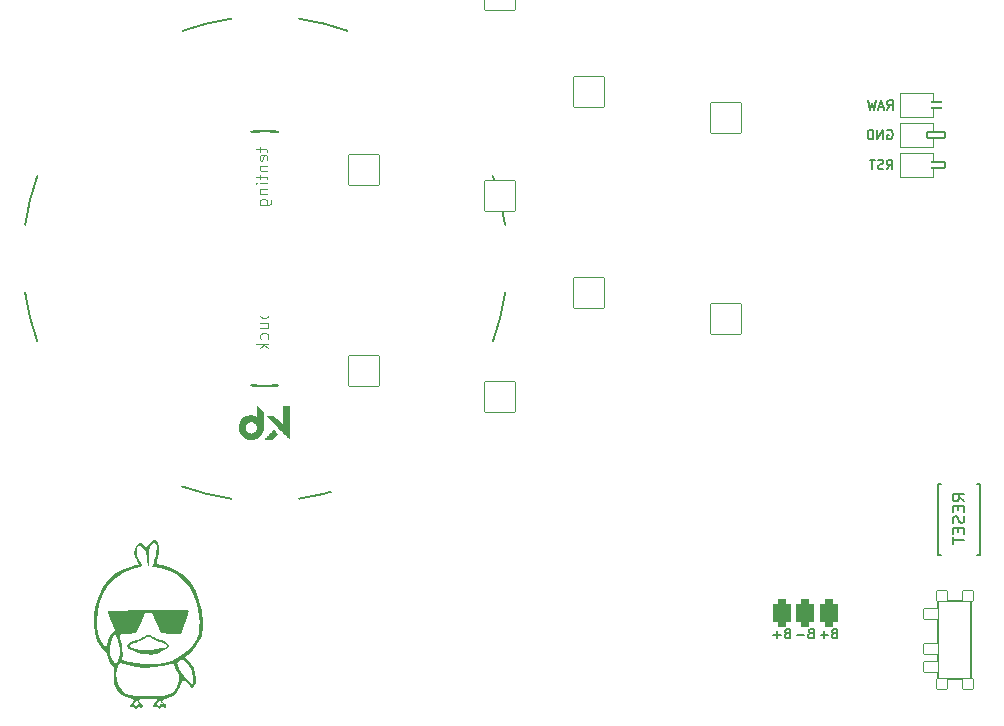
<source format=gbo>
%TF.GenerationSoftware,KiCad,Pcbnew,(6.0.4)*%
%TF.CreationDate,2022-05-08T19:11:06+02:00*%
%TF.ProjectId,battoota-curvy,62617474-6f6f-4746-912d-63757276792e,v1.0.0*%
%TF.SameCoordinates,Original*%
%TF.FileFunction,Legend,Bot*%
%TF.FilePolarity,Positive*%
%FSLAX46Y46*%
G04 Gerber Fmt 4.6, Leading zero omitted, Abs format (unit mm)*
G04 Created by KiCad (PCBNEW (6.0.4)) date 2022-05-08 19:11:06*
%MOMM*%
%LPD*%
G01*
G04 APERTURE LIST*
G04 Aperture macros list*
%AMRoundRect*
0 Rectangle with rounded corners*
0 $1 Rounding radius*
0 $2 $3 $4 $5 $6 $7 $8 $9 X,Y pos of 4 corners*
0 Add a 4 corners polygon primitive as box body*
4,1,4,$2,$3,$4,$5,$6,$7,$8,$9,$2,$3,0*
0 Add four circle primitives for the rounded corners*
1,1,$1+$1,$2,$3*
1,1,$1+$1,$4,$5*
1,1,$1+$1,$6,$7*
1,1,$1+$1,$8,$9*
0 Add four rect primitives between the rounded corners*
20,1,$1+$1,$2,$3,$4,$5,0*
20,1,$1+$1,$4,$5,$6,$7,0*
20,1,$1+$1,$6,$7,$8,$9,0*
20,1,$1+$1,$8,$9,$2,$3,0*%
%AMFreePoly0*
4,1,16,0.685355,0.785355,0.700000,0.750000,0.691603,0.722265,0.210093,0.000000,0.691603,-0.722265,0.699029,-0.759806,0.677735,-0.791603,0.650000,-0.800000,-0.500000,-0.800000,-0.535355,-0.785355,-0.550000,-0.750000,-0.550000,0.750000,-0.535355,0.785355,-0.500000,0.800000,0.650000,0.800000,0.685355,0.785355,0.685355,0.785355,$1*%
%AMFreePoly1*
4,1,16,0.535355,0.785355,0.550000,0.750000,0.550000,-0.750000,0.535355,-0.785355,0.500000,-0.800000,-0.500000,-0.800000,-0.535355,-0.785355,-0.541603,-0.777735,-1.041603,-0.027735,-1.049029,0.009806,-1.041603,0.027735,-0.541603,0.777735,-0.509806,0.799029,-0.500000,0.800000,0.500000,0.800000,0.535355,0.785355,0.535355,0.785355,$1*%
G04 Aperture macros list end*
%ADD10C,0.150000*%
%ADD11C,0.100000*%
%ADD12C,0.120000*%
%ADD13C,0.200000*%
%ADD14C,0.010000*%
%ADD15RoundRect,0.375000X-0.375000X-0.750000X0.375000X-0.750000X0.375000X0.750000X-0.375000X0.750000X0*%
%ADD16C,1.752600*%
%ADD17C,1.801800*%
%ADD18C,3.100000*%
%ADD19C,3.529000*%
%ADD20RoundRect,0.050000X-0.863113X-1.623279X1.623279X-0.863113X0.863113X1.623279X-1.623279X0.863113X0*%
%ADD21RoundRect,0.425000X-0.375000X-0.750000X0.375000X-0.750000X0.375000X0.750000X-0.375000X0.750000X0*%
%ADD22C,2.100000*%
%ADD23RoundRect,0.050000X-1.054507X-1.505993X1.505993X-1.054507X1.054507X1.505993X-1.505993X1.054507X0*%
%ADD24C,2.132000*%
%ADD25RoundRect,0.050000X-1.181751X-1.408356X1.408356X-1.181751X1.181751X1.408356X-1.408356X1.181751X0*%
%ADD26RoundRect,0.050000X-1.300000X-1.300000X1.300000X-1.300000X1.300000X1.300000X-1.300000X1.300000X0*%
%ADD27RoundRect,0.050000X-1.775833X-0.475833X0.475833X-1.775833X1.775833X0.475833X-0.475833X1.775833X0*%
%ADD28RoundRect,0.050000X-0.450000X0.450000X-0.450000X-0.450000X0.450000X-0.450000X0.450000X0.450000X0*%
%ADD29C,1.100000*%
%ADD30RoundRect,0.050000X-0.625000X0.450000X-0.625000X-0.450000X0.625000X-0.450000X0.625000X0.450000X0*%
%ADD31RoundRect,0.050000X-1.592168X-0.919239X0.919239X-1.592168X1.592168X0.919239X-0.919239X1.592168X0*%
%ADD32C,1.852600*%
%ADD33FreePoly0,180.000000*%
%ADD34RoundRect,0.050000X-0.762000X0.250000X-0.762000X-0.250000X0.762000X-0.250000X0.762000X0.250000X0*%
%ADD35FreePoly1,180.000000*%
%ADD36C,4.500000*%
G04 APERTURE END LIST*
D10*
%TO.C,PAD1*%
X151983491Y56420824D02*
X151869205Y56382729D01*
X151831110Y56344634D01*
X151793015Y56268443D01*
X151793015Y56154158D01*
X151831110Y56077967D01*
X151869205Y56039872D01*
X151945396Y56001777D01*
X152250157Y56001777D01*
X152250157Y56801777D01*
X151983491Y56801777D01*
X151907300Y56763682D01*
X151869205Y56725586D01*
X151831110Y56649396D01*
X151831110Y56573205D01*
X151869205Y56497015D01*
X151907300Y56458920D01*
X151983491Y56420824D01*
X152250157Y56420824D01*
X151450157Y56306539D02*
X150840634Y56306539D01*
X151145396Y56001777D02*
X151145396Y56611301D01*
X147983491Y56420824D02*
X147869205Y56382729D01*
X147831110Y56344634D01*
X147793015Y56268443D01*
X147793015Y56154158D01*
X147831110Y56077967D01*
X147869205Y56039872D01*
X147945396Y56001777D01*
X148250157Y56001777D01*
X148250157Y56801777D01*
X147983491Y56801777D01*
X147907300Y56763682D01*
X147869205Y56725586D01*
X147831110Y56649396D01*
X147831110Y56573205D01*
X147869205Y56497015D01*
X147907300Y56458920D01*
X147983491Y56420824D01*
X148250157Y56420824D01*
X147450157Y56306539D02*
X146840634Y56306539D01*
X147145396Y56001777D02*
X147145396Y56611301D01*
X149983491Y56420824D02*
X149869205Y56382729D01*
X149831110Y56344634D01*
X149793015Y56268443D01*
X149793015Y56154158D01*
X149831110Y56077967D01*
X149869205Y56039872D01*
X149945396Y56001777D01*
X150250157Y56001777D01*
X150250157Y56801777D01*
X149983491Y56801777D01*
X149907300Y56763682D01*
X149869205Y56725586D01*
X149831110Y56649396D01*
X149831110Y56573205D01*
X149869205Y56497015D01*
X149907300Y56458920D01*
X149983491Y56420824D01*
X150250157Y56420824D01*
X149450157Y56306539D02*
X148840634Y56306539D01*
%TO.C,B1*%
X163012380Y67619380D02*
X162536190Y67952714D01*
X163012380Y68190809D02*
X162012380Y68190809D01*
X162012380Y67809857D01*
X162060000Y67714619D01*
X162107619Y67667000D01*
X162202857Y67619380D01*
X162345714Y67619380D01*
X162440952Y67667000D01*
X162488571Y67714619D01*
X162536190Y67809857D01*
X162536190Y68190809D01*
X162488571Y67190809D02*
X162488571Y66857476D01*
X163012380Y66714619D02*
X163012380Y67190809D01*
X162012380Y67190809D01*
X162012380Y66714619D01*
X162964761Y66333666D02*
X163012380Y66190809D01*
X163012380Y65952714D01*
X162964761Y65857476D01*
X162917142Y65809857D01*
X162821904Y65762238D01*
X162726666Y65762238D01*
X162631428Y65809857D01*
X162583809Y65857476D01*
X162536190Y65952714D01*
X162488571Y66143190D01*
X162440952Y66238428D01*
X162393333Y66286047D01*
X162298095Y66333666D01*
X162202857Y66333666D01*
X162107619Y66286047D01*
X162060000Y66238428D01*
X162012380Y66143190D01*
X162012380Y65905095D01*
X162060000Y65762238D01*
X162488571Y65333666D02*
X162488571Y65000333D01*
X163012380Y64857476D02*
X163012380Y65333666D01*
X162012380Y65333666D01*
X162012380Y64857476D01*
X162012380Y64571761D02*
X162012380Y64000333D01*
X163012380Y64286047D02*
X162012380Y64286047D01*
%TO.C,MCU1*%
X156461797Y100746264D02*
X156728464Y101127216D01*
X156918940Y100746264D02*
X156918940Y101546264D01*
X156614178Y101546264D01*
X156537988Y101508169D01*
X156499893Y101470073D01*
X156461797Y101393883D01*
X156461797Y101279597D01*
X156499893Y101203407D01*
X156537988Y101165311D01*
X156614178Y101127216D01*
X156918940Y101127216D01*
X156157036Y100974835D02*
X155776083Y100974835D01*
X156233226Y100746264D02*
X155966559Y101546264D01*
X155699893Y100746264D01*
X155509417Y101546264D02*
X155318940Y100746264D01*
X155166559Y101317692D01*
X155014178Y100746264D01*
X154823702Y101546264D01*
X156424534Y95708696D02*
X156691200Y96089648D01*
X156881677Y95708696D02*
X156881677Y96508696D01*
X156576915Y96508696D01*
X156500724Y96470601D01*
X156462629Y96432505D01*
X156424534Y96356315D01*
X156424534Y96242029D01*
X156462629Y96165839D01*
X156500724Y96127743D01*
X156576915Y96089648D01*
X156881677Y96089648D01*
X156119772Y95746791D02*
X156005486Y95708696D01*
X155815010Y95708696D01*
X155738819Y95746791D01*
X155700724Y95784886D01*
X155662629Y95861077D01*
X155662629Y95937267D01*
X155700724Y96013458D01*
X155738819Y96051553D01*
X155815010Y96089648D01*
X155967391Y96127743D01*
X156043581Y96165839D01*
X156081677Y96203934D01*
X156119772Y96280124D01*
X156119772Y96356315D01*
X156081677Y96432505D01*
X156043581Y96470601D01*
X155967391Y96508696D01*
X155776915Y96508696D01*
X155662629Y96470601D01*
X155434058Y96508696D02*
X154976915Y96508696D01*
X155205486Y95708696D02*
X155205486Y96508696D01*
X156481677Y99010601D02*
X156557868Y99048696D01*
X156672154Y99048696D01*
X156786439Y99010601D01*
X156862630Y98934410D01*
X156900725Y98858220D01*
X156938820Y98705839D01*
X156938820Y98591553D01*
X156900725Y98439172D01*
X156862630Y98362981D01*
X156786439Y98286791D01*
X156672154Y98248696D01*
X156595963Y98248696D01*
X156481677Y98286791D01*
X156443582Y98324886D01*
X156443582Y98591553D01*
X156595963Y98591553D01*
X156100725Y98248696D02*
X156100725Y99048696D01*
X155643582Y98248696D01*
X155643582Y99048696D01*
X155262630Y98248696D02*
X155262630Y99048696D01*
X155072154Y99048696D01*
X154957868Y99010601D01*
X154881677Y98934410D01*
X154843582Y98858220D01*
X154805487Y98705839D01*
X154805487Y98591553D01*
X154843582Y98439172D01*
X154881677Y98362981D01*
X154957868Y98286791D01*
X155072154Y98248696D01*
X155262630Y98248696D01*
D11*
%TO.C,REF\u002A\u002A*%
X103328934Y97562927D02*
X103328934Y97181974D01*
X102995600Y97420069D02*
X103852743Y97420069D01*
X103947981Y97372450D01*
X103995600Y97277212D01*
X103995600Y97181974D01*
X103947981Y96467688D02*
X103995600Y96562927D01*
X103995600Y96753403D01*
X103947981Y96848641D01*
X103852743Y96896260D01*
X103471791Y96896260D01*
X103376553Y96848641D01*
X103328934Y96753403D01*
X103328934Y96562927D01*
X103376553Y96467688D01*
X103471791Y96420069D01*
X103567029Y96420069D01*
X103662267Y96896260D01*
X103328934Y95991498D02*
X103995600Y95991498D01*
X103424172Y95991498D02*
X103376553Y95943879D01*
X103328934Y95848641D01*
X103328934Y95705784D01*
X103376553Y95610546D01*
X103471791Y95562927D01*
X103995600Y95562927D01*
X103328934Y95229593D02*
X103328934Y94848641D01*
X102995600Y95086736D02*
X103852743Y95086736D01*
X103947981Y95039117D01*
X103995600Y94943879D01*
X103995600Y94848641D01*
X103995600Y94515307D02*
X103328934Y94515307D01*
X102995600Y94515307D02*
X103043220Y94562927D01*
X103090839Y94515307D01*
X103043220Y94467688D01*
X102995600Y94515307D01*
X103090839Y94515307D01*
X103328934Y94039117D02*
X103995600Y94039117D01*
X103424172Y94039117D02*
X103376553Y93991498D01*
X103328934Y93896260D01*
X103328934Y93753403D01*
X103376553Y93658165D01*
X103471791Y93610546D01*
X103995600Y93610546D01*
X103328934Y92705784D02*
X104138458Y92705784D01*
X104233696Y92753403D01*
X104281315Y92801022D01*
X104328934Y92896260D01*
X104328934Y93039117D01*
X104281315Y93134355D01*
X103947981Y92705784D02*
X103995600Y92801022D01*
X103995600Y92991498D01*
X103947981Y93086736D01*
X103900362Y93134355D01*
X103805124Y93181974D01*
X103519410Y93181974D01*
X103424172Y93134355D01*
X103376553Y93086736D01*
X103328934Y92991498D01*
X103328934Y92801022D01*
X103376553Y92705784D01*
X103392434Y83608927D02*
X104392434Y83608927D01*
X103440053Y83608927D02*
X103392434Y83513688D01*
X103392434Y83323212D01*
X103440053Y83227974D01*
X103487672Y83180355D01*
X103582910Y83132736D01*
X103868624Y83132736D01*
X103963862Y83180355D01*
X104011481Y83227974D01*
X104059100Y83323212D01*
X104059100Y83513688D01*
X104011481Y83608927D01*
X103392434Y82275593D02*
X104059100Y82275593D01*
X103392434Y82704165D02*
X103916243Y82704165D01*
X104011481Y82656546D01*
X104059100Y82561307D01*
X104059100Y82418450D01*
X104011481Y82323212D01*
X103963862Y82275593D01*
X104011481Y81370831D02*
X104059100Y81466069D01*
X104059100Y81656546D01*
X104011481Y81751784D01*
X103963862Y81799403D01*
X103868624Y81847022D01*
X103582910Y81847022D01*
X103487672Y81799403D01*
X103440053Y81751784D01*
X103392434Y81656546D01*
X103392434Y81466069D01*
X103440053Y81370831D01*
X104059100Y80942260D02*
X103059100Y80942260D01*
X103678148Y80847022D02*
X104059100Y80561307D01*
X103392434Y80561307D02*
X103773386Y80942260D01*
D10*
%TO.C,B1*%
X164310000Y63040000D02*
X164060000Y63040000D01*
X164310000Y69040000D02*
X164310000Y63040000D01*
X160810000Y69040000D02*
X161060000Y69040000D01*
X161060000Y63040000D02*
X160810000Y63040000D01*
X160810000Y63040000D02*
X160810000Y69040000D01*
X164060000Y69040000D02*
X164310000Y69040000D01*
%TO.C,T2*%
X163592148Y53899495D02*
X163592148Y57799495D01*
X160742148Y52549495D02*
X163592148Y52549495D01*
X163592148Y59149495D02*
X160742148Y59149495D01*
X160742148Y59149495D02*
X160742148Y52549495D01*
X163592148Y55849495D02*
X163592148Y59149495D01*
X163592148Y55849495D02*
X163592148Y52549495D01*
D12*
%TO.C,MCU1*%
X160318690Y98922542D02*
X160318690Y99602542D01*
X160318690Y95062542D02*
X160318690Y95722542D01*
X160318690Y102142542D02*
X157518690Y102142542D01*
X157518690Y102142542D02*
X157518690Y100142542D01*
X160318690Y96397542D02*
X160318690Y97062542D01*
X157518690Y95062542D02*
X160318690Y95062542D01*
X160318690Y100142542D02*
X160318690Y100822542D01*
X157518690Y97062542D02*
X157518690Y95062542D01*
X160318690Y99602542D02*
X157518690Y99602542D01*
X160318690Y97062542D02*
X157518690Y97062542D01*
X160318690Y101472542D02*
X160318690Y102142542D01*
X160318690Y97602542D02*
X160318690Y98272542D01*
X157518690Y99602542D02*
X157518690Y97602542D01*
X157518690Y97602542D02*
X160318690Y97602542D01*
X157518690Y100142542D02*
X160318690Y100142542D01*
D13*
%TO.C,REF\u002A\u002A*%
X103797220Y77346426D02*
G75*
G03*
X104925605Y77405563I0J10794901D01*
G01*
X84511085Y95149471D02*
G75*
G03*
X83477220Y90998927I19286255J-7008074D01*
G01*
X104925605Y98877290D02*
G75*
G03*
X103797220Y98936427I-1128385J-10735763D01*
G01*
X102668835Y77405563D02*
G75*
G03*
X103797220Y77346427I1128379J10735785D01*
G01*
X103715684Y77373368D02*
G75*
G03*
X104844069Y77432504I6J10794921D01*
G01*
X110805269Y107427560D02*
G75*
G03*
X106654720Y108461427I-7008049J-19286133D01*
G01*
X104844069Y98904232D02*
G75*
G03*
X103715684Y98963368I-1128379J-10735785D01*
G01*
X123083354Y81133379D02*
G75*
G03*
X124117220Y85283927I-19286134J7008048D01*
G01*
X96789175Y68855292D02*
G75*
G03*
X100939720Y67821427I7008045J19286135D01*
G01*
X106654720Y67821427D02*
G75*
G03*
X110805265Y68855292I-2857506J20320019D01*
G01*
X83477219Y85283927D02*
G75*
G03*
X84511085Y81133381I20320001J2857500D01*
G01*
X100939720Y108461428D02*
G75*
G03*
X96789174Y107427562I2857500J-20320001D01*
G01*
X102587299Y77432504D02*
G75*
G03*
X103715684Y77373368I1128379J10735785D01*
G01*
X124117220Y90998927D02*
G75*
G03*
X123083354Y95149475I-20320000J-2857500D01*
G01*
X103797220Y98936427D02*
G75*
G03*
X102668835Y98877291I-6J-10794921D01*
G01*
X103715684Y98963368D02*
G75*
G03*
X102587299Y98904232I-6J-10794921D01*
G01*
G36*
X104502868Y73651699D02*
G01*
X104515097Y73641651D01*
X104540579Y73618031D01*
X104576726Y73583318D01*
X104620950Y73539993D01*
X104670663Y73490538D01*
X104831698Y73329194D01*
X104797816Y73291379D01*
X104794639Y73287887D01*
X104772771Y73264678D01*
X104738425Y73228932D01*
X104694609Y73183752D01*
X104644326Y73132239D01*
X104590584Y73077496D01*
X104417234Y72901427D01*
X103797220Y72901427D01*
X103825521Y72935062D01*
X103827814Y72937753D01*
X103848482Y72960982D01*
X103881240Y72996822D01*
X103924100Y73043167D01*
X103975072Y73097910D01*
X104032168Y73158945D01*
X104093398Y73224164D01*
X104156773Y73291462D01*
X104220306Y73358732D01*
X104282005Y73423867D01*
X104339884Y73484761D01*
X104391951Y73539307D01*
X104436220Y73585399D01*
X104470699Y73620930D01*
X104493402Y73643793D01*
X104502337Y73651882D01*
X104502868Y73651699D01*
G37*
D14*
X104502868Y73651699D02*
X104515097Y73641651D01*
X104540579Y73618031D01*
X104576726Y73583318D01*
X104620950Y73539993D01*
X104670663Y73490538D01*
X104831698Y73329194D01*
X104797816Y73291379D01*
X104794639Y73287887D01*
X104772771Y73264678D01*
X104738425Y73228932D01*
X104694609Y73183752D01*
X104644326Y73132239D01*
X104590584Y73077496D01*
X104417234Y72901427D01*
X103797220Y72901427D01*
X103825521Y72935062D01*
X103827814Y72937753D01*
X103848482Y72960982D01*
X103881240Y72996822D01*
X103924100Y73043167D01*
X103975072Y73097910D01*
X104032168Y73158945D01*
X104093398Y73224164D01*
X104156773Y73291462D01*
X104220306Y73358732D01*
X104282005Y73423867D01*
X104339884Y73484761D01*
X104391951Y73539307D01*
X104436220Y73585399D01*
X104470699Y73620930D01*
X104493402Y73643793D01*
X104502337Y73651882D01*
X104502868Y73651699D01*
G36*
X105796636Y72942012D02*
G01*
X105705792Y73034288D01*
X105692011Y73048284D01*
X105660150Y73080637D01*
X105614203Y73127291D01*
X105555387Y73187009D01*
X105484920Y73258554D01*
X105404021Y73340691D01*
X105313906Y73432184D01*
X105215794Y73531795D01*
X105110902Y73638288D01*
X105000448Y73750428D01*
X104885649Y73866977D01*
X104767724Y73986700D01*
X103920500Y74846837D01*
X104208868Y74849930D01*
X104497236Y74853024D01*
X105300182Y74050324D01*
X105300182Y75683882D01*
X105796636Y75683882D01*
X105796636Y72942012D01*
G37*
X105796636Y72942012D02*
X105705792Y73034288D01*
X105692011Y73048284D01*
X105660150Y73080637D01*
X105614203Y73127291D01*
X105555387Y73187009D01*
X105484920Y73258554D01*
X105404021Y73340691D01*
X105313906Y73432184D01*
X105215794Y73531795D01*
X105110902Y73638288D01*
X105000448Y73750428D01*
X104885649Y73866977D01*
X104767724Y73986700D01*
X103920500Y74846837D01*
X104208868Y74849930D01*
X104497236Y74853024D01*
X105300182Y74050324D01*
X105300182Y75683882D01*
X105796636Y75683882D01*
X105796636Y72942012D01*
G36*
X103593401Y73738004D02*
G01*
X103590788Y73709609D01*
X103581919Y73663159D01*
X103544366Y73535999D01*
X103489200Y73410136D01*
X103419508Y73291954D01*
X103338377Y73187834D01*
X103329983Y73178668D01*
X103221671Y73078342D01*
X103099251Y72994345D01*
X102966078Y72928366D01*
X102825510Y72882091D01*
X102680902Y72857210D01*
X102580656Y72852727D01*
X102432235Y72864126D01*
X102288816Y72896379D01*
X102152580Y72948402D01*
X102025705Y73019116D01*
X101910372Y73107438D01*
X101808759Y73212287D01*
X101723047Y73332580D01*
X101665792Y73439499D01*
X101612647Y73578735D01*
X101581291Y73723299D01*
X101574787Y73819663D01*
X102070026Y73819663D01*
X102070308Y73814373D01*
X102074626Y73759070D01*
X102081983Y73716778D01*
X102094628Y73678170D01*
X102114809Y73633924D01*
X102136297Y73595597D01*
X102177782Y73536803D01*
X102225839Y73481347D01*
X102275162Y73435153D01*
X102320448Y73404149D01*
X102336615Y73396373D01*
X102377520Y73379013D01*
X102420517Y73362927D01*
X102493344Y73343639D01*
X102597045Y73335118D01*
X102698586Y73347912D01*
X102795372Y73381044D01*
X102884804Y73433537D01*
X102964285Y73504414D01*
X103031219Y73592697D01*
X103059873Y73646842D01*
X103090305Y73740861D01*
X103100877Y73838410D01*
X103092571Y73936358D01*
X103066369Y74031571D01*
X103023256Y74120918D01*
X102964213Y74201264D01*
X102890223Y74269478D01*
X102802271Y74322427D01*
X102788268Y74328713D01*
X102689922Y74359338D01*
X102588570Y74369520D01*
X102487666Y74360200D01*
X102390667Y74332322D01*
X102301031Y74286826D01*
X102222214Y74224656D01*
X102157672Y74146752D01*
X102139902Y74118223D01*
X102096250Y74024800D01*
X102073394Y73926908D01*
X102070026Y73819663D01*
X101574787Y73819663D01*
X101571000Y73875777D01*
X101574561Y73965447D01*
X101597242Y74115726D01*
X101639994Y74257695D01*
X101701804Y74389680D01*
X101781662Y74510005D01*
X101878556Y74616994D01*
X101991476Y74708974D01*
X102119409Y74784267D01*
X102189260Y74816906D01*
X102264398Y74846123D01*
X102336050Y74865615D01*
X102412533Y74877552D01*
X102502168Y74884104D01*
X102519980Y74884772D01*
X102659181Y74878334D01*
X102789564Y74850658D01*
X102911780Y74801554D01*
X103026477Y74730832D01*
X103050611Y74713630D01*
X103075457Y74697287D01*
X103087888Y74690973D01*
X103088796Y74695003D01*
X103090245Y74718810D01*
X103091572Y74761933D01*
X103092741Y74822008D01*
X103093717Y74896670D01*
X103094467Y74983556D01*
X103094956Y75080301D01*
X103095148Y75184541D01*
X103095296Y75678109D01*
X103603000Y75168083D01*
X103602913Y74476369D01*
X103602910Y74464633D01*
X103602649Y74314159D01*
X103601985Y74176887D01*
X103600941Y74054231D01*
X103599538Y73947602D01*
X103597799Y73858413D01*
X103597215Y73838410D01*
X103595746Y73788076D01*
X103593401Y73738004D01*
G37*
X103593401Y73738004D02*
X103590788Y73709609D01*
X103581919Y73663159D01*
X103544366Y73535999D01*
X103489200Y73410136D01*
X103419508Y73291954D01*
X103338377Y73187834D01*
X103329983Y73178668D01*
X103221671Y73078342D01*
X103099251Y72994345D01*
X102966078Y72928366D01*
X102825510Y72882091D01*
X102680902Y72857210D01*
X102580656Y72852727D01*
X102432235Y72864126D01*
X102288816Y72896379D01*
X102152580Y72948402D01*
X102025705Y73019116D01*
X101910372Y73107438D01*
X101808759Y73212287D01*
X101723047Y73332580D01*
X101665792Y73439499D01*
X101612647Y73578735D01*
X101581291Y73723299D01*
X101574787Y73819663D01*
X102070026Y73819663D01*
X102070308Y73814373D01*
X102074626Y73759070D01*
X102081983Y73716778D01*
X102094628Y73678170D01*
X102114809Y73633924D01*
X102136297Y73595597D01*
X102177782Y73536803D01*
X102225839Y73481347D01*
X102275162Y73435153D01*
X102320448Y73404149D01*
X102336615Y73396373D01*
X102377520Y73379013D01*
X102420517Y73362927D01*
X102493344Y73343639D01*
X102597045Y73335118D01*
X102698586Y73347912D01*
X102795372Y73381044D01*
X102884804Y73433537D01*
X102964285Y73504414D01*
X103031219Y73592697D01*
X103059873Y73646842D01*
X103090305Y73740861D01*
X103100877Y73838410D01*
X103092571Y73936358D01*
X103066369Y74031571D01*
X103023256Y74120918D01*
X102964213Y74201264D01*
X102890223Y74269478D01*
X102802271Y74322427D01*
X102788268Y74328713D01*
X102689922Y74359338D01*
X102588570Y74369520D01*
X102487666Y74360200D01*
X102390667Y74332322D01*
X102301031Y74286826D01*
X102222214Y74224656D01*
X102157672Y74146752D01*
X102139902Y74118223D01*
X102096250Y74024800D01*
X102073394Y73926908D01*
X102070026Y73819663D01*
X101574787Y73819663D01*
X101571000Y73875777D01*
X101574561Y73965447D01*
X101597242Y74115726D01*
X101639994Y74257695D01*
X101701804Y74389680D01*
X101781662Y74510005D01*
X101878556Y74616994D01*
X101991476Y74708974D01*
X102119409Y74784267D01*
X102189260Y74816906D01*
X102264398Y74846123D01*
X102336050Y74865615D01*
X102412533Y74877552D01*
X102502168Y74884104D01*
X102519980Y74884772D01*
X102659181Y74878334D01*
X102789564Y74850658D01*
X102911780Y74801554D01*
X103026477Y74730832D01*
X103050611Y74713630D01*
X103075457Y74697287D01*
X103087888Y74690973D01*
X103088796Y74695003D01*
X103090245Y74718810D01*
X103091572Y74761933D01*
X103092741Y74822008D01*
X103093717Y74896670D01*
X103094467Y74983556D01*
X103094956Y75080301D01*
X103095148Y75184541D01*
X103095296Y75678109D01*
X103603000Y75168083D01*
X103602913Y74476369D01*
X103602910Y74464633D01*
X103602649Y74314159D01*
X103601985Y74176887D01*
X103600941Y74054231D01*
X103599538Y73947602D01*
X103597799Y73858413D01*
X103597215Y73838410D01*
X103595746Y73788076D01*
X103593401Y73738004D01*
%TO.C,G\u002A\u002A\u002A*%
G36*
X94630151Y54707570D02*
G01*
X94396858Y54643258D01*
X94146747Y54624050D01*
X93810667Y54635225D01*
X93526219Y54656367D01*
X93256312Y54699910D01*
X93120476Y54741218D01*
X93661943Y54741218D01*
X93712212Y54724332D01*
X93895333Y54717727D01*
X94019582Y54720197D01*
X94125956Y54733481D01*
X94085833Y54754419D01*
X93951551Y54768426D01*
X93704833Y54754419D01*
X93661943Y54741218D01*
X93120476Y54741218D01*
X92994058Y54779662D01*
X92876275Y54830486D01*
X94341597Y54830486D01*
X94342908Y54801584D01*
X94452722Y54786018D01*
X94535945Y54799576D01*
X94503875Y54837170D01*
X94454914Y54850698D01*
X94341597Y54830486D01*
X92876275Y54830486D01*
X92687996Y54911729D01*
X92286667Y55112217D01*
X92208282Y55183879D01*
X92132425Y55360900D01*
X92132991Y55368759D01*
X92339283Y55368759D01*
X92397983Y55253540D01*
X92625333Y55143946D01*
X92847118Y55090411D01*
X93223604Y55048327D01*
X93664575Y55034937D01*
X94131166Y55047895D01*
X94584513Y55084850D01*
X94985752Y55143456D01*
X95296017Y55221363D01*
X95476445Y55316223D01*
X95492870Y55337106D01*
X95467648Y55440963D01*
X95285368Y55554542D01*
X94955354Y55671486D01*
X94780003Y55729272D01*
X94492971Y55850367D01*
X94290142Y55968931D01*
X94063133Y56096450D01*
X93778078Y56113650D01*
X93516467Y55966671D01*
X93392165Y55880634D01*
X93135190Y55755590D01*
X92833677Y55645696D01*
X92725675Y55610865D01*
X92448694Y55488302D01*
X92339283Y55368759D01*
X92132991Y55368759D01*
X92140521Y55473243D01*
X92240681Y55587134D01*
X92471092Y55710227D01*
X92577253Y55755334D01*
X92833403Y55842614D01*
X93021004Y55878141D01*
X93048079Y55880318D01*
X93244595Y55951562D01*
X93456560Y56091667D01*
X93505819Y56131487D01*
X93779808Y56277658D01*
X94047205Y56267960D01*
X94345483Y56102867D01*
X94364727Y56089006D01*
X94645319Y55941058D01*
X94941455Y55852737D01*
X95061155Y55830092D01*
X95379092Y55717187D01*
X95594233Y55556210D01*
X95673333Y55369127D01*
X95669109Y55337106D01*
X95668339Y55331266D01*
X95588156Y55214183D01*
X95392697Y55076498D01*
X95059500Y54901081D01*
X94915777Y54831706D01*
X94841849Y54799576D01*
X94689770Y54733481D01*
X94630151Y54707570D01*
G37*
G36*
X97799442Y51985333D02*
G01*
X97620028Y51773667D01*
X97429847Y51994905D01*
X97238073Y52186204D01*
X97023991Y52353234D01*
X96808316Y52490324D01*
X96707046Y52111686D01*
X96629659Y51887333D01*
X96366231Y51462822D01*
X95994214Y51144981D01*
X95540861Y50960708D01*
X95290623Y50892245D01*
X95117737Y50798440D01*
X95105769Y50691711D01*
X95250000Y50565649D01*
X95352742Y50466672D01*
X95378027Y50400075D01*
X95419333Y50291283D01*
X95407101Y50168285D01*
X95337061Y50132079D01*
X95168231Y50205783D01*
X95044914Y50243962D01*
X94964787Y50163450D01*
X94913787Y50081950D01*
X94793044Y50046823D01*
X94691542Y50155644D01*
X94639140Y50215602D01*
X94482532Y50230436D01*
X94399061Y50222079D01*
X94322767Y50286006D01*
X94347863Y50399653D01*
X94516775Y50399653D01*
X94588529Y50406426D01*
X94675489Y50412391D01*
X94770055Y50308474D01*
X94782357Y50267625D01*
X94819397Y50234979D01*
X94870367Y50357285D01*
X94882796Y50393841D01*
X94950581Y50494172D01*
X95050721Y50451053D01*
X95122415Y50405425D01*
X95216964Y50400075D01*
X95205574Y50453346D01*
X95087918Y50542119D01*
X94978257Y50630734D01*
X94904649Y50781812D01*
X94890157Y50872713D01*
X94852119Y50800000D01*
X94777115Y50677619D01*
X94625970Y50516952D01*
X94578370Y50474588D01*
X94516775Y50399653D01*
X94347863Y50399653D01*
X94352613Y50421165D01*
X94488000Y50588333D01*
X94600721Y50708613D01*
X94657333Y50813122D01*
X94638058Y50829097D01*
X94491057Y50857605D01*
X94230892Y50877310D01*
X93895333Y50884667D01*
X93500743Y50875436D01*
X93243987Y50841712D01*
X93133063Y50776462D01*
X93156460Y50672668D01*
X93302667Y50523312D01*
X93412249Y50398914D01*
X93435969Y50339995D01*
X93472000Y50250496D01*
X93416192Y50147763D01*
X93289393Y50129312D01*
X93172536Y50212400D01*
X93114992Y50241809D01*
X93003905Y50148900D01*
X92993052Y50134460D01*
X92887871Y50046615D01*
X92783433Y50101500D01*
X92715286Y50151084D01*
X92523733Y50207333D01*
X92469490Y50213637D01*
X92380726Y50295190D01*
X92401931Y50411615D01*
X92582325Y50411615D01*
X92641196Y50409547D01*
X92727380Y50413538D01*
X92813434Y50308474D01*
X92825393Y50257281D01*
X92862678Y50220838D01*
X92937544Y50330334D01*
X92972231Y50386915D01*
X93058980Y50448307D01*
X93188640Y50375229D01*
X93250894Y50330200D01*
X93265299Y50339995D01*
X93165277Y50463896D01*
X93025462Y50647764D01*
X92939127Y50800000D01*
X92938865Y50800718D01*
X92900071Y50877530D01*
X92886018Y50789160D01*
X92832576Y50660603D01*
X92688833Y50509234D01*
X92669500Y50494616D01*
X92582325Y50411615D01*
X92401931Y50411615D01*
X92405276Y50429982D01*
X92540667Y50565649D01*
X92631006Y50631564D01*
X92701167Y50756732D01*
X92606699Y50856951D01*
X92350167Y50927352D01*
X92337828Y50929377D01*
X91861255Y51091629D01*
X91460784Y51391861D01*
X91171089Y51804285D01*
X91087814Y51998086D01*
X91023345Y52239840D01*
X90993408Y52536258D01*
X90988903Y52944280D01*
X90988860Y52981843D01*
X91209666Y52981843D01*
X91243855Y52458080D01*
X91403259Y51986486D01*
X91675834Y51597674D01*
X92049535Y51322256D01*
X92087740Y51303624D01*
X92276097Y51225150D01*
X92480546Y51170693D01*
X92739395Y51134516D01*
X93090955Y51110884D01*
X93573535Y51094059D01*
X94144697Y51085675D01*
X94763194Y51103676D01*
X95251581Y51160229D01*
X95630819Y51261432D01*
X95921870Y51413383D01*
X96145694Y51622178D01*
X96323254Y51893915D01*
X96424529Y52130475D01*
X96506471Y52510221D01*
X96495436Y52859890D01*
X96388576Y53125717D01*
X96373639Y53146821D01*
X96266099Y53356554D01*
X96176048Y53613628D01*
X96118673Y53792155D01*
X96046930Y53880658D01*
X95944947Y53858602D01*
X95924596Y53849158D01*
X95746335Y53789770D01*
X95464680Y53713483D01*
X95130784Y53634382D01*
X95065628Y53620603D01*
X94366584Y53533659D01*
X93602673Y53530520D01*
X92846225Y53608041D01*
X92169571Y53763080D01*
X91877909Y53846803D01*
X91618710Y53880246D01*
X91452449Y53816468D01*
X91344247Y53638916D01*
X91259226Y53331036D01*
X91209666Y52981843D01*
X90988860Y52981843D01*
X90988570Y53237704D01*
X90973264Y53515229D01*
X90937135Y53672581D01*
X90876186Y53737889D01*
X90832845Y53765392D01*
X90703348Y53921409D01*
X90570098Y54152370D01*
X90466010Y54396190D01*
X90424000Y54590787D01*
X90417492Y54631718D01*
X90326503Y54805426D01*
X90162447Y54996326D01*
X90006162Y55166417D01*
X90623034Y55166417D01*
X90677891Y54610457D01*
X90712798Y54490235D01*
X90833625Y54214049D01*
X90973471Y54018144D01*
X91171612Y53832000D01*
X91324621Y54065520D01*
X91331980Y54077211D01*
X91424587Y54337259D01*
X91472045Y54698011D01*
X91473874Y55100552D01*
X91429593Y55485965D01*
X91338723Y55795333D01*
X91324513Y55826852D01*
X91220312Y56070303D01*
X91146909Y56261000D01*
X91133108Y56298654D01*
X91086548Y56353984D01*
X91015508Y56294714D01*
X90892074Y56103603D01*
X90715494Y55709602D01*
X90623034Y55166417D01*
X90006162Y55166417D01*
X89931662Y55247498D01*
X89586687Y55808695D01*
X89368912Y56467274D01*
X89280310Y57211605D01*
X89291634Y57429453D01*
X89577333Y57429453D01*
X89591598Y56996053D01*
X89672256Y56449611D01*
X89836742Y55973902D01*
X90099358Y55516515D01*
X90311877Y55203765D01*
X90454579Y55717039D01*
X90512624Y55897483D01*
X90660243Y56225386D01*
X90822024Y56455054D01*
X91046766Y56679797D01*
X90767747Y57469373D01*
X90690937Y57692082D01*
X90594480Y57991971D01*
X90535123Y58204433D01*
X90523469Y58293691D01*
X90533327Y58296156D01*
X90669931Y58305891D01*
X90952109Y58317554D01*
X91361589Y58330639D01*
X91880102Y58344643D01*
X92489378Y58359060D01*
X93171145Y58373386D01*
X93907135Y58387118D01*
X94795177Y58401149D01*
X95579608Y58409805D01*
X96208620Y58411980D01*
X96689312Y58407606D01*
X97028786Y58396614D01*
X97234143Y58378938D01*
X97312483Y58354508D01*
X97307050Y58248229D01*
X97249196Y58017387D01*
X97148276Y57697411D01*
X97014266Y57322808D01*
X96659625Y56382404D01*
X95807568Y56406369D01*
X94955512Y56430333D01*
X94261764Y58123667D01*
X93601220Y58123667D01*
X93254393Y57277000D01*
X92907567Y56430333D01*
X92164569Y56405736D01*
X92121125Y56404380D01*
X91791435Y56396045D01*
X91586381Y56374134D01*
X91487795Y56308177D01*
X91477510Y56167705D01*
X91537359Y55922247D01*
X91649173Y55541333D01*
X91717659Y55233477D01*
X91720290Y55100552D01*
X91729460Y54637344D01*
X91676032Y54199020D01*
X92256516Y54013069D01*
X92381603Y53976360D01*
X92909152Y53870313D01*
X93513967Y53806463D01*
X94136441Y53787253D01*
X94716969Y53815128D01*
X95195943Y53892532D01*
X95246688Y53909326D01*
X96351494Y53909326D01*
X96390368Y53730301D01*
X96518490Y53441811D01*
X96708946Y53115634D01*
X96933603Y52799169D01*
X97164329Y52539817D01*
X97196620Y52510221D01*
X97369582Y52351693D01*
X97543381Y52209176D01*
X97635814Y52154667D01*
X97659990Y52167971D01*
X97696983Y52296558D01*
X97704551Y52522068D01*
X97685264Y52795410D01*
X97641694Y53067490D01*
X97576409Y53289213D01*
X97523846Y53397075D01*
X97350897Y53671777D01*
X97145022Y53932562D01*
X96977735Y54111678D01*
X96854785Y54204283D01*
X96744974Y54207257D01*
X96596613Y54140169D01*
X96584045Y54133534D01*
X96419054Y54015990D01*
X96351494Y53909326D01*
X95246688Y53909326D01*
X95885072Y54120600D01*
X96577636Y54472478D01*
X97178727Y54912535D01*
X97663451Y55422255D01*
X98006911Y55983122D01*
X98086050Y56163499D01*
X98172071Y56405438D01*
X98220933Y56648424D01*
X98242355Y56948489D01*
X98246059Y57361667D01*
X98233847Y57779333D01*
X98144551Y58506649D01*
X97955106Y59186223D01*
X97649351Y59886437D01*
X97444161Y60251778D01*
X96969924Y60864119D01*
X96392712Y61346115D01*
X95704860Y61703495D01*
X94898703Y61941985D01*
X94848022Y61952616D01*
X94556096Y62016566D01*
X94344460Y62067479D01*
X94255967Y62095145D01*
X94253630Y62102716D01*
X94279213Y62214187D01*
X94350757Y62407500D01*
X94426846Y62619207D01*
X94524172Y62978858D01*
X94595789Y63347712D01*
X94631429Y63669494D01*
X94620827Y63887926D01*
X94559249Y64018007D01*
X94397400Y64092667D01*
X94368545Y64090770D01*
X94202876Y63985839D01*
X94080976Y63726886D01*
X94005724Y63322946D01*
X93980000Y62783053D01*
X93973060Y62468386D01*
X93951015Y62210475D01*
X93920090Y62080986D01*
X93886732Y62089934D01*
X93857386Y62247336D01*
X93838501Y62563209D01*
X93811962Y62865990D01*
X93708895Y63278090D01*
X93543192Y63593086D01*
X93329296Y63776561D01*
X93236143Y63809953D01*
X93059528Y63789447D01*
X92955656Y63620138D01*
X92921667Y63298676D01*
X92969683Y62962479D01*
X93147334Y62640621D01*
X93284157Y62452524D01*
X93395912Y62237979D01*
X93371634Y62097781D01*
X93200337Y62003552D01*
X92871037Y61926916D01*
X92514894Y61842944D01*
X91790956Y61553262D01*
X91153053Y61128956D01*
X90610423Y60582637D01*
X90172300Y59926916D01*
X89847920Y59174405D01*
X89646519Y58337713D01*
X89577333Y57429453D01*
X89291634Y57429453D01*
X89322854Y58030057D01*
X89498516Y58910998D01*
X89714637Y59564422D01*
X90100594Y60336015D01*
X90591518Y60989912D01*
X91178665Y61516989D01*
X91853291Y61908122D01*
X92606652Y62154187D01*
X92820479Y62201611D01*
X93026705Y62250687D01*
X93116352Y62276777D01*
X93113828Y62297299D01*
X93049179Y62420230D01*
X92925852Y62612889D01*
X92787409Y62875491D01*
X92704290Y63251560D01*
X92747669Y63602480D01*
X92917818Y63884849D01*
X93037321Y63996981D01*
X93184764Y64076560D01*
X93334198Y64037237D01*
X93544308Y63878407D01*
X93798941Y63664147D01*
X93910637Y63896498D01*
X94042017Y64082620D01*
X94249381Y64256116D01*
X94383944Y64323239D01*
X94511315Y64328022D01*
X94651548Y64224903D01*
X94749675Y64085694D01*
X94821521Y63771329D01*
X94805796Y63344949D01*
X94701780Y62826604D01*
X94654589Y62630014D01*
X94618996Y62419930D01*
X94623079Y62320699D01*
X94692549Y62291120D01*
X94889183Y62236755D01*
X95159750Y62176064D01*
X95646798Y62044555D01*
X96358391Y61718224D01*
X96980856Y61258241D01*
X97507025Y60675014D01*
X97929730Y59978953D01*
X98241804Y59180466D01*
X98436078Y58289961D01*
X98502260Y57361667D01*
X98505384Y57317846D01*
X98505914Y57062525D01*
X98499961Y56708150D01*
X98478003Y56449785D01*
X98431675Y56240285D01*
X98352614Y56032507D01*
X98232459Y55779309D01*
X97973312Y55341863D01*
X97496756Y54796888D01*
X97038261Y54377850D01*
X97294885Y54134092D01*
X97535219Y53850123D01*
X97752833Y53458525D01*
X97897385Y53036541D01*
X97959553Y52623879D01*
X97951282Y52522068D01*
X97930013Y52260241D01*
X97799442Y51985333D01*
G37*
%TD*%
D15*
%TO.C,PAD1*%
X151545396Y58163682D03*
X149545396Y58163682D03*
X147545396Y58163682D03*
%TD*%
D16*
%TO.C,MCU1*%
X161977213Y98602542D03*
X161977213Y96062542D03*
X146737213Y96062542D03*
X146737213Y101226288D03*
X161977213Y101142542D03*
X146737213Y98602542D03*
X146737213Y93522542D03*
X146737213Y90982542D03*
X146737213Y88442542D03*
X146737213Y85902542D03*
X146737213Y83362542D03*
X146737213Y80822542D03*
X146737213Y78282542D03*
X146737213Y75742542D03*
X146737213Y73202542D03*
X161977213Y93522542D03*
X161977213Y90982542D03*
X161977213Y88442542D03*
X161977213Y85902542D03*
X161977213Y83362542D03*
X161977213Y80822542D03*
X161977213Y78282542D03*
X161977213Y75742542D03*
X161977213Y73202542D03*
%TD*%
%LPC*%
D17*
%TO.C,S3*%
X52552902Y64864738D03*
D18*
X51934660Y68597066D03*
D19*
X57812578Y66472782D03*
D18*
X61497708Y71520783D03*
X56072966Y72162795D03*
X56072966Y72162795D03*
D17*
X63072254Y68080826D03*
D20*
X52941068Y71205278D03*
X64629606Y72478301D03*
%TD*%
D21*
%TO.C,PAD1*%
X151545396Y58163682D03*
X149545396Y58163682D03*
X147545396Y58163682D03*
%TD*%
D22*
%TO.C,B1*%
X162560000Y69290000D03*
X162560000Y62790000D03*
%TD*%
D18*
%TO.C,S11*%
X75659968Y109306337D03*
X70353903Y110604673D03*
X70353903Y110604673D03*
D17*
X65970667Y103790002D03*
D18*
X65811891Y107569855D03*
D19*
X71387110Y104745067D03*
D17*
X76803553Y105700132D03*
D23*
X67128658Y110035975D03*
X78885213Y109875035D03*
%TD*%
D17*
%TO.C,S34*%
X157191785Y38610213D03*
D19*
X152428645Y41360213D03*
D17*
X147665505Y44110213D03*
D24*
X146198518Y40569316D03*
X154858772Y35569316D03*
X149478645Y36250663D03*
X149478645Y36250663D03*
%TD*%
D19*
%TO.C,S15*%
X94221643Y97114167D03*
D17*
X99700714Y97593524D03*
D18*
X98875782Y101285676D03*
X93703066Y103041525D03*
X93703066Y103041525D03*
X88913835Y100414118D03*
D17*
X88742572Y96634810D03*
D25*
X90440529Y102756090D03*
X102138320Y101571111D03*
%TD*%
D18*
%TO.C,S21*%
X115411087Y95636017D03*
D17*
X109911087Y89686017D03*
D18*
X115411087Y95636017D03*
X120411087Y93436017D03*
D17*
X120911087Y89686017D03*
D18*
X110411087Y93436017D03*
D19*
X115411087Y89686017D03*
D26*
X112136087Y95636017D03*
X123686087Y93436017D03*
%TD*%
D17*
%TO.C,S8*%
X71874705Y70306538D03*
X82707591Y72216668D03*
D19*
X77291148Y71261603D03*
D24*
X73026972Y66651093D03*
X82875050Y68387574D03*
X78315672Y65451237D03*
X78315672Y65451237D03*
%TD*%
D19*
%TO.C,S14*%
X95703291Y80178857D03*
D17*
X101182362Y80658214D03*
X90224220Y79699500D03*
D24*
X91053509Y75957538D03*
X101015456Y76829096D03*
X96217510Y74301308D03*
X96217510Y74301308D03*
%TD*%
D19*
%TO.C,S20*%
X115411087Y72686017D03*
D17*
X109911087Y72686017D03*
X120911087Y72686017D03*
D24*
X120411087Y68886017D03*
X110411087Y68886017D03*
X115411087Y66786017D03*
X115411087Y66786017D03*
%TD*%
D17*
%TO.C,S28*%
X129017334Y79310985D03*
X140017334Y79310985D03*
D19*
X134517334Y79310985D03*
D24*
X129517334Y75510985D03*
X139517334Y75510985D03*
X134517334Y73410985D03*
X134517334Y73410985D03*
%TD*%
D18*
%TO.C,S29*%
X134517334Y102260985D03*
X134517334Y102260985D03*
D17*
X140017334Y96310985D03*
D19*
X134517334Y96310985D03*
D18*
X139517334Y100060985D03*
X129517334Y100060985D03*
D17*
X129017334Y96310985D03*
D26*
X131242334Y102260985D03*
X142792334Y100060985D03*
%TD*%
D19*
%TO.C,S33*%
X152428645Y41360213D03*
D18*
X155403645Y46513064D03*
X149973518Y47107808D03*
D17*
X147665505Y44110213D03*
D18*
X155403645Y46513064D03*
X158633772Y42107808D03*
D17*
X157191785Y38610213D03*
D27*
X152567412Y48150564D03*
X161470005Y40470308D03*
%TD*%
D18*
%TO.C,S7*%
X71715929Y74086391D03*
X81564006Y75822873D03*
X76257941Y77121209D03*
D17*
X71874705Y70306538D03*
D18*
X76257941Y77121209D03*
D17*
X82707591Y72216668D03*
D19*
X77291148Y71261603D03*
D23*
X73032696Y76552511D03*
X84789251Y76391571D03*
%TD*%
D28*
%TO.C,T2*%
X163342148Y52149495D03*
X163342148Y59549495D03*
X161142148Y52149495D03*
X161142148Y59549495D03*
D29*
X162242148Y57349495D03*
X162242148Y54349495D03*
D30*
X160167148Y58099495D03*
X160167148Y55099495D03*
X160167148Y53599495D03*
%TD*%
D19*
%TO.C,S5*%
X52842259Y82729963D03*
D17*
X58101935Y84338007D03*
D18*
X51102647Y88419976D03*
X51102647Y88419976D03*
D17*
X47582583Y81121919D03*
D18*
X46964341Y84854247D03*
X56527389Y87777964D03*
D20*
X47970749Y87462459D03*
X59659287Y88735482D03*
%TD*%
D18*
%TO.C,S27*%
X129517334Y83060985D03*
D17*
X140017334Y79310985D03*
D19*
X134517334Y79310985D03*
D18*
X139517334Y83060985D03*
X134517334Y85260985D03*
X134517334Y85260985D03*
D17*
X129017334Y79310985D03*
D26*
X131242334Y85260985D03*
X142792334Y83060985D03*
%TD*%
D18*
%TO.C,S9*%
X68763910Y90828123D03*
D19*
X74339129Y88003335D03*
D18*
X73305922Y93862941D03*
X78611987Y92564605D03*
D17*
X68922686Y87048270D03*
D18*
X73305922Y93862941D03*
D17*
X79755572Y88958400D03*
D23*
X70080677Y93294243D03*
X81837232Y93133303D03*
%TD*%
D17*
%TO.C,S16*%
X99700714Y97593524D03*
D19*
X94221643Y97114167D03*
D17*
X88742572Y96634810D03*
D24*
X99533808Y93764406D03*
X89571861Y92892848D03*
X94735862Y91236618D03*
X94735862Y91236618D03*
%TD*%
D17*
%TO.C,S30*%
X140017334Y96310985D03*
X129017334Y96310985D03*
D19*
X134517334Y96310985D03*
D24*
X139517334Y92510985D03*
X129517334Y92510985D03*
X134517334Y90410985D03*
X134517334Y90410985D03*
%TD*%
D17*
%TO.C,S13*%
X90224220Y79699500D03*
X101182362Y80658214D03*
D19*
X95703291Y80178857D03*
D18*
X95184714Y86106215D03*
X100357430Y84350366D03*
X95184714Y86106215D03*
X90395483Y83478808D03*
D25*
X91922177Y85820780D03*
X103619968Y84635801D03*
%TD*%
D17*
%TO.C,S24*%
X109911087Y106686017D03*
X120911087Y106686017D03*
D19*
X115411087Y106686017D03*
D24*
X110411087Y102886017D03*
X120411087Y102886017D03*
X115411087Y100786017D03*
X115411087Y100786017D03*
%TD*%
D17*
%TO.C,S17*%
X87260925Y113570120D03*
D19*
X92739996Y114049477D03*
D17*
X98219067Y114528834D03*
D18*
X87432188Y117349428D03*
X97394135Y118220986D03*
X92221419Y119976835D03*
X92221419Y119976835D03*
D25*
X88958882Y119691400D03*
X100656673Y118506421D03*
%TD*%
D17*
%TO.C,S4*%
X52552902Y64864738D03*
X63072254Y68080826D03*
D19*
X57812578Y66472782D03*
D24*
X54142067Y61376965D03*
X63705114Y64300682D03*
X59537571Y60830584D03*
X59537571Y60830584D03*
%TD*%
D17*
%TO.C,S10*%
X79755572Y88958400D03*
X68922686Y87048270D03*
D19*
X74339129Y88003335D03*
D24*
X70074953Y83392825D03*
X79923031Y85129306D03*
X75363653Y82192969D03*
X75363653Y82192969D03*
%TD*%
D17*
%TO.C,S22*%
X109911087Y89686017D03*
X120911087Y89686017D03*
D19*
X115411087Y89686017D03*
D24*
X110411087Y85886017D03*
X120411087Y85886017D03*
X115411087Y83786017D03*
X115411087Y83786017D03*
%TD*%
D19*
%TO.C,S31*%
X133891046Y49038738D03*
D17*
X128578454Y50462243D03*
D18*
X135431019Y54785997D03*
X139691247Y51366865D03*
X135431019Y54785997D03*
X130031988Y53955055D03*
D17*
X139203638Y47615233D03*
D31*
X132267612Y55633629D03*
X142854654Y50519232D03*
%TD*%
D32*
%TO.C,MCU1*%
X161977213Y98602542D03*
D33*
X159643690Y98602542D03*
D32*
X161977213Y96062542D03*
D34*
X160593690Y101142542D03*
D32*
X146737213Y96062542D03*
D34*
X160593690Y98602542D03*
X160593690Y96062542D03*
D33*
X159643690Y96062542D03*
X159643690Y101142542D03*
D32*
X146737213Y101226288D03*
X161977213Y101142542D03*
X146737213Y98602542D03*
D35*
X158193690Y101142542D03*
X158193690Y98602542D03*
X158193690Y96062542D03*
D32*
X146737213Y93522542D03*
X146737213Y90982542D03*
X146737213Y88442542D03*
X146737213Y85902542D03*
X146737213Y83362542D03*
X146737213Y80822542D03*
X146737213Y78282542D03*
X146737213Y75742542D03*
X146737213Y73202542D03*
X161977213Y93522542D03*
X161977213Y90982542D03*
X161977213Y88442542D03*
X161977213Y85902542D03*
X161977213Y83362542D03*
X161977213Y80822542D03*
X161977213Y78282542D03*
X161977213Y75742542D03*
X161977213Y73202542D03*
%TD*%
D17*
%TO.C,S32*%
X139203638Y47615233D03*
D19*
X133891046Y49038738D03*
D17*
X128578454Y50462243D03*
D24*
X137737163Y44074125D03*
X128077904Y46662315D03*
X132364014Y43339776D03*
X132364014Y43339776D03*
%TD*%
D36*
%TO.C,REF\u002A\u002A*%
X84747220Y88141427D03*
X103797220Y69091427D03*
X103797220Y107191427D03*
%TD*%
D19*
%TO.C,S12*%
X71387110Y104745067D03*
D17*
X65970667Y103790002D03*
X76803553Y105700132D03*
D24*
X76971012Y101871038D03*
X67122934Y100134557D03*
X72411634Y98934701D03*
X72411634Y98934701D03*
%TD*%
D19*
%TO.C,S23*%
X115411087Y106686017D03*
D17*
X120911087Y106686017D03*
D18*
X115411087Y112636017D03*
X115411087Y112636017D03*
X110411087Y110436017D03*
X120411087Y110436017D03*
D17*
X109911087Y106686017D03*
D26*
X112136087Y112636017D03*
X123686087Y110436017D03*
%TD*%
D17*
%TO.C,S6*%
X47582583Y81121919D03*
X58101935Y84338007D03*
D19*
X52842259Y82729963D03*
D24*
X49171748Y77634146D03*
X58734795Y80557863D03*
X54567252Y77087765D03*
X54567252Y77087765D03*
%TD*%
D19*
%TO.C,S19*%
X115411087Y72686017D03*
D18*
X115411087Y78636017D03*
X110411087Y76436017D03*
D17*
X120911087Y72686017D03*
X109911087Y72686017D03*
D18*
X120411087Y76436017D03*
X115411087Y78636017D03*
D26*
X112136087Y78636017D03*
X123686087Y76436017D03*
%TD*%
D17*
%TO.C,S18*%
X98219067Y114528834D03*
D19*
X92739996Y114049477D03*
D17*
X87260925Y113570120D03*
D24*
X88090214Y109828158D03*
X98052161Y110699716D03*
X93254215Y108171928D03*
X93254215Y108171928D03*
%TD*%
M02*

</source>
